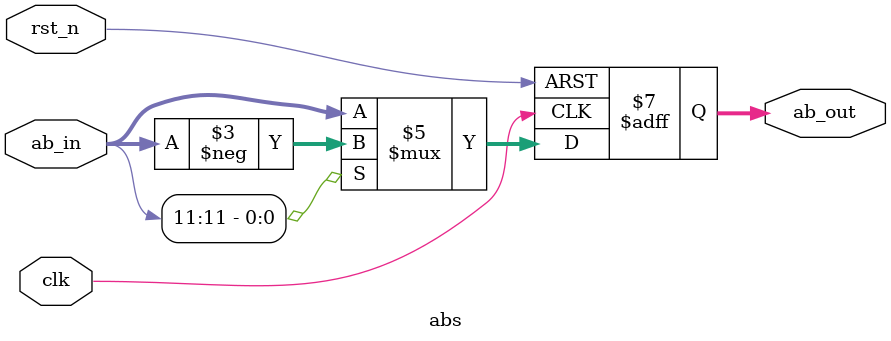
<source format=sv>
module abs( 
    input clk, 
    input rst_n, 
    input [11:0] ab_in,
    output [11:0] ab_out
);

    always_ff @(posedge clk or negedge rst_n) begin
        if (!rst_n) begin
            ab_out <= 12'd0;
        end else begin
            if (ab_in[11]) begin
                ab_out <= -ab_in;
            end else begin
                ab_out <= ab_in;
            end
        end
    end

endmodule 
</source>
